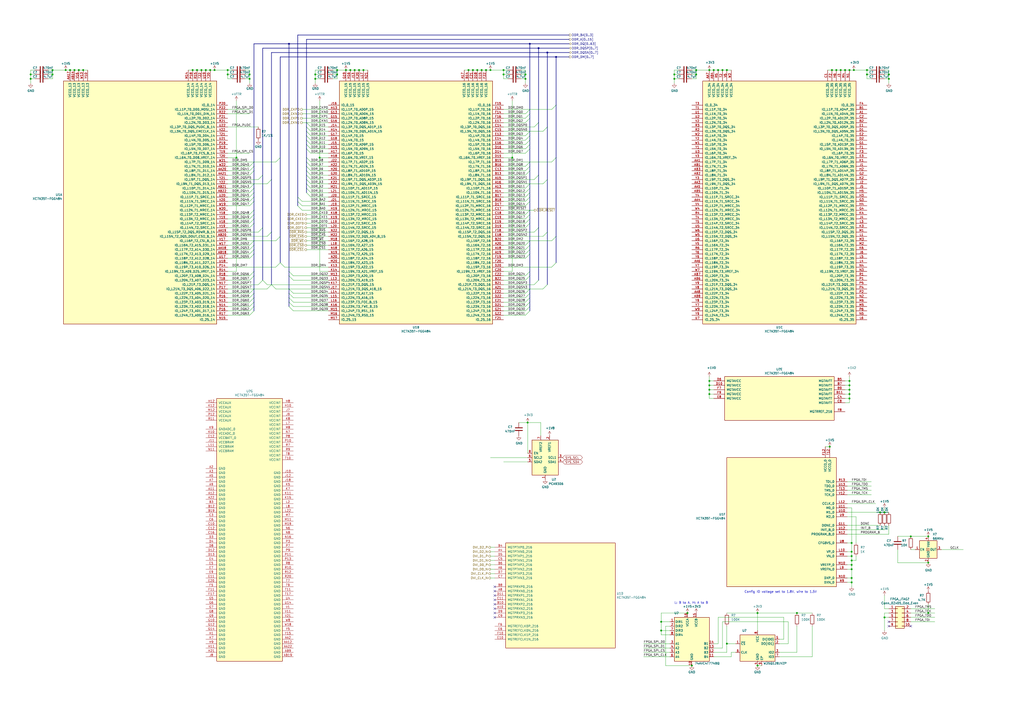
<source format=kicad_sch>
(kicad_sch (version 20210123) (generator eeschema)
  (paper "A2")
  (title_block (title "Dramite") (date "2021-01-22") (rev "R0.1") (company "Wenting Zhang"))
  (junction (at 17.78 43.18) (diameter 0.9144))
  (junction (at 17.78 45.72) (diameter 0.9144))
  (junction (at 30.48 40.64) (diameter 0.9144))
  (junction (at 30.48 43.18) (diameter 0.9144))
  (junction (at 38.1 40.64) (diameter 0.9144))
  (junction (at 40.64 40.64) (diameter 0.9144))
  (junction (at 43.18 40.64) (diameter 0.9144))
  (junction (at 45.72 40.64) (diameter 0.9144))
  (junction (at 48.26 40.64) (diameter 0.9144))
  (junction (at 111.76 40.64) (diameter 0.9144))
  (junction (at 114.3 40.64) (diameter 0.9144))
  (junction (at 116.84 40.64) (diameter 0.9144))
  (junction (at 119.38 40.64) (diameter 0.9144))
  (junction (at 121.92 40.64) (diameter 0.9144))
  (junction (at 124.46 40.64) (diameter 0.9144))
  (junction (at 132.08 40.64) (diameter 0.9144))
  (junction (at 132.08 43.18) (diameter 0.9144))
  (junction (at 137.16 91.44) (diameter 0.9144))
  (junction (at 144.78 43.18) (diameter 0.9144))
  (junction (at 144.78 45.72) (diameter 0.9144))
  (junction (at 182.88 43.18) (diameter 0.9144))
  (junction (at 182.88 45.72) (diameter 0.9144))
  (junction (at 185.42 91.44) (diameter 0.9144))
  (junction (at 195.58 40.64) (diameter 0.9144))
  (junction (at 195.58 43.18) (diameter 0.9144))
  (junction (at 200.66 40.64) (diameter 0.9144))
  (junction (at 203.2 40.64) (diameter 0.9144))
  (junction (at 205.74 40.64) (diameter 0.9144))
  (junction (at 208.28 40.64) (diameter 0.9144))
  (junction (at 210.82 40.64) (diameter 0.9144))
  (junction (at 271.78 40.64) (diameter 0.9144))
  (junction (at 274.32 40.64) (diameter 0.9144))
  (junction (at 276.86 40.64) (diameter 0.9144))
  (junction (at 279.4 40.64) (diameter 0.9144))
  (junction (at 281.94 40.64) (diameter 0.9144))
  (junction (at 284.48 40.64) (diameter 0.9144))
  (junction (at 292.1 40.64) (diameter 0.9144))
  (junction (at 292.1 43.18) (diameter 0.9144))
  (junction (at 297.18 91.44) (diameter 0.9144))
  (junction (at 304.8 43.18) (diameter 0.9144))
  (junction (at 304.8 45.72) (diameter 0.9144))
  (junction (at 306.07 245.11) (diameter 0.9144))
  (junction (at 383.54 360.68) (diameter 0.9144))
  (junction (at 383.54 365.76) (diameter 0.9144))
  (junction (at 391.16 43.18) (diameter 0.9144))
  (junction (at 391.16 45.72) (diameter 0.9144))
  (junction (at 398.78 355.6) (diameter 0.9144))
  (junction (at 401.32 386.08) (diameter 0.9144))
  (junction (at 403.86 40.64) (diameter 0.9144))
  (junction (at 403.86 43.18) (diameter 0.9144))
  (junction (at 411.48 40.64) (diameter 0.9144))
  (junction (at 411.48 220.98) (diameter 0.9144))
  (junction (at 411.48 223.52) (diameter 0.9144))
  (junction (at 411.48 226.06) (diameter 0.9144))
  (junction (at 411.48 228.6) (diameter 0.9144))
  (junction (at 414.02 40.64) (diameter 0.9144))
  (junction (at 416.56 40.64) (diameter 0.9144))
  (junction (at 419.1 40.64) (diameter 0.9144))
  (junction (at 421.64 40.64) (diameter 0.9144))
  (junction (at 421.64 373.38) (diameter 0.9144))
  (junction (at 439.42 355.6) (diameter 0.9144))
  (junction (at 439.42 386.08) (diameter 0.9144))
  (junction (at 462.28 355.6) (diameter 0.9144))
  (junction (at 481.33 259.08) (diameter 0.9144))
  (junction (at 482.6 40.64) (diameter 0.9144))
  (junction (at 485.14 40.64) (diameter 0.9144))
  (junction (at 487.68 40.64) (diameter 0.9144))
  (junction (at 490.22 40.64) (diameter 0.9144))
  (junction (at 492.76 40.64) (diameter 0.9144))
  (junction (at 492.76 220.98) (diameter 0.9144))
  (junction (at 492.76 223.52) (diameter 0.9144))
  (junction (at 492.76 226.06) (diameter 0.9144))
  (junction (at 492.76 228.6) (diameter 0.9144))
  (junction (at 492.76 231.14) (diameter 0.9144))
  (junction (at 494.03 314.96) (diameter 0.9144))
  (junction (at 494.03 320.04) (diameter 0.9144))
  (junction (at 494.03 322.58) (diameter 0.9144))
  (junction (at 494.03 325.12) (diameter 0.9144))
  (junction (at 494.03 327.66) (diameter 0.9144))
  (junction (at 494.03 330.2) (diameter 0.9144))
  (junction (at 494.03 335.28) (diameter 0.9144))
  (junction (at 494.03 337.82) (diameter 0.9144))
  (junction (at 495.3 40.64) (diameter 0.9144))
  (junction (at 502.92 40.64) (diameter 0.9144))
  (junction (at 502.92 43.18) (diameter 0.9144))
  (junction (at 510.54 297.18) (diameter 0.9144))
  (junction (at 513.08 297.18) (diameter 0.9144))
  (junction (at 513.08 358.14) (diameter 0.9144))
  (junction (at 515.62 43.18) (diameter 0.9144))
  (junction (at 515.62 45.72) (diameter 0.9144))
  (junction (at 528.32 311.15) (diameter 0.9144))
  (junction (at 538.48 311.15) (diameter 0.9144))
  (junction (at 538.48 326.39) (diameter 0.9144))
  (junction (at 538.48 355.6) (diameter 0.9144))
  (junction (at 167.64 25.4) (diameter 0.9144))
  (junction (at 307.34 25.4) (diameter 0.9144))
  (junction (at 312.42 27.94) (diameter 0.9144))
  (junction (at 317.5 30.48) (diameter 0.9144))
  (junction (at 322.58 33.02) (diameter 0.9144))
  (no_connect (at 287.02 340.36))
  (no_connect (at 287.02 342.9))
  (no_connect (at 287.02 345.44))
  (no_connect (at 287.02 347.98))
  (no_connect (at 287.02 350.52))
  (no_connect (at 287.02 353.06))
  (no_connect (at 287.02 355.6))
  (no_connect (at 287.02 358.14))
  (no_connect (at 515.62 360.68))
  (no_connect (at 515.62 363.22))
  (no_connect (at 528.32 363.22))
  (bus_entry (at 144.78 96.52) (size 2.54 -2.54) (stroke (width 0.1524)))
  (bus_entry (at 144.78 99.06) (size 2.54 -2.54) (stroke (width 0.1524)))
  (bus_entry (at 144.78 101.6) (size 2.54 -2.54) (stroke (width 0.1524)))
  (bus_entry (at 144.78 109.22) (size 2.54 -2.54) (stroke (width 0.1524)))
  (bus_entry (at 144.78 111.76) (size 2.54 -2.54) (stroke (width 0.1524)))
  (bus_entry (at 144.78 114.3) (size 2.54 -2.54) (stroke (width 0.1524)))
  (bus_entry (at 144.78 116.84) (size 2.54 -2.54) (stroke (width 0.1524)))
  (bus_entry (at 144.78 119.38) (size 2.54 -2.54) (stroke (width 0.1524)))
  (bus_entry (at 144.78 124.46) (size 2.54 -2.54) (stroke (width 0.1524)))
  (bus_entry (at 144.78 127) (size 2.54 -2.54) (stroke (width 0.1524)))
  (bus_entry (at 144.78 129.54) (size 2.54 -2.54) (stroke (width 0.1524)))
  (bus_entry (at 144.78 132.08) (size 2.54 -2.54) (stroke (width 0.1524)))
  (bus_entry (at 144.78 142.24) (size 2.54 -2.54) (stroke (width 0.1524)))
  (bus_entry (at 144.78 144.78) (size 2.54 -2.54) (stroke (width 0.1524)))
  (bus_entry (at 144.78 147.32) (size 2.54 -2.54) (stroke (width 0.1524)))
  (bus_entry (at 144.78 149.86) (size 2.54 -2.54) (stroke (width 0.1524)))
  (bus_entry (at 144.78 160.02) (size 2.54 -2.54) (stroke (width 0.1524)))
  (bus_entry (at 144.78 162.56) (size 2.54 -2.54) (stroke (width 0.1524)))
  (bus_entry (at 144.78 170.18) (size 2.54 -2.54) (stroke (width 0.1524)))
  (bus_entry (at 144.78 172.72) (size 2.54 -2.54) (stroke (width 0.1524)))
  (bus_entry (at 144.78 175.26) (size 2.54 -2.54) (stroke (width 0.1524)))
  (bus_entry (at 144.78 177.8) (size 2.54 -2.54) (stroke (width 0.1524)))
  (bus_entry (at 144.78 180.34) (size 2.54 -2.54) (stroke (width 0.1524)))
  (bus_entry (at 144.78 182.88) (size 2.54 -2.54) (stroke (width 0.1524)))
  (bus_entry (at 149.86 104.14) (size 2.54 -2.54) (stroke (width 0.1524)))
  (bus_entry (at 149.86 134.62) (size 2.54 -2.54) (stroke (width 0.1524)))
  (bus_entry (at 149.86 165.1) (size 2.54 -2.54) (stroke (width 0.1524)))
  (bus_entry (at 154.94 106.68) (size 2.54 -2.54) (stroke (width 0.1524)))
  (bus_entry (at 154.94 137.16) (size 2.54 -2.54) (stroke (width 0.1524)))
  (bus_entry (at 154.94 165.1) (size -2.54 -2.54) (stroke (width 0.1524)))
  (bus_entry (at 154.94 167.64) (size 2.54 -2.54) (stroke (width 0.1524)))
  (bus_entry (at 160.02 93.98) (size 2.54 -2.54) (stroke (width 0.1524)))
  (bus_entry (at 160.02 139.7) (size 2.54 -2.54) (stroke (width 0.1524)))
  (bus_entry (at 160.02 154.94) (size 2.54 -2.54) (stroke (width 0.1524)))
  (bus_entry (at 160.02 167.64) (size -2.54 -2.54) (stroke (width 0.1524)))
  (bus_entry (at 162.56 152.4) (size 2.54 2.54) (stroke (width 0.1524)))
  (bus_entry (at 170.18 160.02) (size -2.54 -2.54) (stroke (width 0.1524)))
  (bus_entry (at 170.18 162.56) (size -2.54 -2.54) (stroke (width 0.1524)))
  (bus_entry (at 170.18 170.18) (size -2.54 -2.54) (stroke (width 0.1524)))
  (bus_entry (at 170.18 172.72) (size -2.54 -2.54) (stroke (width 0.1524)))
  (bus_entry (at 170.18 175.26) (size -2.54 -2.54) (stroke (width 0.1524)))
  (bus_entry (at 170.18 177.8) (size -2.54 -2.54) (stroke (width 0.1524)))
  (bus_entry (at 170.18 180.34) (size -2.54 -2.54) (stroke (width 0.1524)))
  (bus_entry (at 172.72 114.3) (size 2.54 2.54) (stroke (width 0.1524)))
  (bus_entry (at 172.72 116.84) (size 2.54 2.54) (stroke (width 0.1524)))
  (bus_entry (at 172.72 119.38) (size 2.54 2.54) (stroke (width 0.1524)))
  (bus_entry (at 177.8 71.12) (size 2.54 2.54) (stroke (width 0.1524)))
  (bus_entry (at 177.8 73.66) (size 2.54 2.54) (stroke (width 0.1524)))
  (bus_entry (at 177.8 76.2) (size 2.54 2.54) (stroke (width 0.1524)))
  (bus_entry (at 177.8 78.74) (size 2.54 2.54) (stroke (width 0.1524)))
  (bus_entry (at 177.8 81.28) (size 2.54 2.54) (stroke (width 0.1524)))
  (bus_entry (at 177.8 83.82) (size 2.54 2.54) (stroke (width 0.1524)))
  (bus_entry (at 177.8 86.36) (size 2.54 2.54) (stroke (width 0.1524)))
  (bus_entry (at 177.8 91.44) (size 2.54 2.54) (stroke (width 0.1524)))
  (bus_entry (at 177.8 93.98) (size 2.54 2.54) (stroke (width 0.1524)))
  (bus_entry (at 177.8 96.52) (size 2.54 2.54) (stroke (width 0.1524)))
  (bus_entry (at 177.8 99.06) (size 2.54 2.54) (stroke (width 0.1524)))
  (bus_entry (at 177.8 101.6) (size 2.54 2.54) (stroke (width 0.1524)))
  (bus_entry (at 177.8 104.14) (size 2.54 2.54) (stroke (width 0.1524)))
  (bus_entry (at 177.8 106.68) (size 2.54 2.54) (stroke (width 0.1524)))
  (bus_entry (at 177.8 109.22) (size 2.54 2.54) (stroke (width 0.1524)))
  (bus_entry (at 177.8 111.76) (size 2.54 2.54) (stroke (width 0.1524)))
  (bus_entry (at 304.8 66.04) (size 2.54 -2.54) (stroke (width 0.1524)))
  (bus_entry (at 304.8 68.58) (size 2.54 -2.54) (stroke (width 0.1524)))
  (bus_entry (at 304.8 71.12) (size 2.54 -2.54) (stroke (width 0.1524)))
  (bus_entry (at 304.8 78.74) (size 2.54 -2.54) (stroke (width 0.1524)))
  (bus_entry (at 304.8 81.28) (size 2.54 -2.54) (stroke (width 0.1524)))
  (bus_entry (at 304.8 83.82) (size 2.54 -2.54) (stroke (width 0.1524)))
  (bus_entry (at 304.8 86.36) (size 2.54 -2.54) (stroke (width 0.1524)))
  (bus_entry (at 304.8 88.9) (size 2.54 -2.54) (stroke (width 0.1524)))
  (bus_entry (at 304.8 96.52) (size 2.54 -2.54) (stroke (width 0.1524)))
  (bus_entry (at 304.8 99.06) (size 2.54 -2.54) (stroke (width 0.1524)))
  (bus_entry (at 304.8 101.6) (size 2.54 -2.54) (stroke (width 0.1524)))
  (bus_entry (at 304.8 109.22) (size 2.54 -2.54) (stroke (width 0.1524)))
  (bus_entry (at 304.8 111.76) (size 2.54 -2.54) (stroke (width 0.1524)))
  (bus_entry (at 304.8 114.3) (size 2.54 -2.54) (stroke (width 0.1524)))
  (bus_entry (at 304.8 116.84) (size 2.54 -2.54) (stroke (width 0.1524)))
  (bus_entry (at 304.8 119.38) (size 2.54 -2.54) (stroke (width 0.1524)))
  (bus_entry (at 304.8 124.46) (size 2.54 -2.54) (stroke (width 0.1524)))
  (bus_entry (at 304.8 127) (size 2.54 -2.54) (stroke (width 0.1524)))
  (bus_entry (at 304.8 129.54) (size 2.54 -2.54) (stroke (width 0.1524)))
  (bus_entry (at 304.8 132.08) (size 2.54 -2.54) (stroke (width 0.1524)))
  (bus_entry (at 304.8 142.24) (size 2.54 -2.54) (stroke (width 0.1524)))
  (bus_entry (at 304.8 144.78) (size 2.54 -2.54) (stroke (width 0.1524)))
  (bus_entry (at 304.8 147.32) (size 2.54 -2.54) (stroke (width 0.1524)))
  (bus_entry (at 304.8 149.86) (size 2.54 -2.54) (stroke (width 0.1524)))
  (bus_entry (at 304.8 160.02) (size 2.54 -2.54) (stroke (width 0.1524)))
  (bus_entry (at 304.8 162.56) (size 2.54 -2.54) (stroke (width 0.1524)))
  (bus_entry (at 304.8 170.18) (size 2.54 -2.54) (stroke (width 0.1524)))
  (bus_entry (at 304.8 172.72) (size 2.54 -2.54) (stroke (width 0.1524)))
  (bus_entry (at 304.8 175.26) (size 2.54 -2.54) (stroke (width 0.1524)))
  (bus_entry (at 304.8 177.8) (size 2.54 -2.54) (stroke (width 0.1524)))
  (bus_entry (at 304.8 180.34) (size 2.54 -2.54) (stroke (width 0.1524)))
  (bus_entry (at 304.8 182.88) (size 2.54 -2.54) (stroke (width 0.1524)))
  (bus_entry (at 309.88 73.66) (size 2.54 -2.54) (stroke (width 0.1524)))
  (bus_entry (at 309.88 104.14) (size 2.54 -2.54) (stroke (width 0.1524)))
  (bus_entry (at 309.88 134.62) (size 2.54 -2.54) (stroke (width 0.1524)))
  (bus_entry (at 309.88 165.1) (size 2.54 -2.54) (stroke (width 0.1524)))
  (bus_entry (at 314.96 76.2) (size 2.54 -2.54) (stroke (width 0.1524)))
  (bus_entry (at 314.96 106.68) (size 2.54 -2.54) (stroke (width 0.1524)))
  (bus_entry (at 314.96 137.16) (size 2.54 -2.54) (stroke (width 0.1524)))
  (bus_entry (at 314.96 167.64) (size 2.54 -2.54) (stroke (width 0.1524)))
  (bus_entry (at 320.04 63.5) (size 2.54 -2.54) (stroke (width 0.1524)))
  (bus_entry (at 320.04 93.98) (size 2.54 -2.54) (stroke (width 0.1524)))
  (bus_entry (at 320.04 139.7) (size 2.54 -2.54) (stroke (width 0.1524)))
  (bus_entry (at 320.04 154.94) (size 2.54 -2.54) (stroke (width 0.1524)))
  (wire (pts (xy 17.78 40.64) (xy 17.78 43.18)))
  (wire (pts (xy 17.78 43.18) (xy 17.78 45.72)))
  (wire (pts (xy 17.78 48.26) (xy 17.78 45.72)))
  (wire (pts (xy 20.32 40.64) (xy 17.78 40.64)))
  (wire (pts (xy 20.32 43.18) (xy 17.78 43.18)))
  (wire (pts (xy 20.32 45.72) (xy 17.78 45.72)))
  (wire (pts (xy 27.94 43.18) (xy 30.48 43.18)))
  (wire (pts (xy 27.94 45.72) (xy 30.48 45.72)))
  (wire (pts (xy 30.48 40.64) (xy 27.94 40.64)))
  (wire (pts (xy 30.48 40.64) (xy 38.1 40.64)))
  (wire (pts (xy 30.48 43.18) (xy 30.48 40.64)))
  (wire (pts (xy 30.48 45.72) (xy 30.48 43.18)))
  (wire (pts (xy 38.1 40.64) (xy 40.64 40.64)))
  (wire (pts (xy 40.64 40.64) (xy 43.18 40.64)))
  (wire (pts (xy 43.18 40.64) (xy 45.72 40.64)))
  (wire (pts (xy 45.72 40.64) (xy 48.26 40.64)))
  (wire (pts (xy 48.26 40.64) (xy 50.8 40.64)))
  (wire (pts (xy 109.22 40.64) (xy 111.76 40.64)))
  (wire (pts (xy 111.76 40.64) (xy 114.3 40.64)))
  (wire (pts (xy 114.3 40.64) (xy 116.84 40.64)))
  (wire (pts (xy 116.84 40.64) (xy 119.38 40.64)))
  (wire (pts (xy 119.38 40.64) (xy 121.92 40.64)))
  (wire (pts (xy 121.92 40.64) (xy 124.46 40.64)))
  (wire (pts (xy 124.46 40.64) (xy 132.08 40.64)))
  (wire (pts (xy 132.08 40.64) (xy 134.62 40.64)))
  (wire (pts (xy 132.08 43.18) (xy 132.08 40.64)))
  (wire (pts (xy 132.08 45.72) (xy 132.08 43.18)))
  (wire (pts (xy 132.08 63.5) (xy 144.78 63.5)))
  (wire (pts (xy 132.08 66.04) (xy 144.78 66.04)))
  (wire (pts (xy 132.08 73.66) (xy 149.86 73.66)))
  (wire (pts (xy 132.08 88.9) (xy 144.78 88.9)))
  (wire (pts (xy 132.08 93.98) (xy 147.32 93.98)))
  (wire (pts (xy 132.08 96.52) (xy 144.78 96.52)))
  (wire (pts (xy 132.08 99.06) (xy 144.78 99.06)))
  (wire (pts (xy 132.08 101.6) (xy 144.78 101.6)))
  (wire (pts (xy 132.08 106.68) (xy 147.32 106.68)))
  (wire (pts (xy 132.08 109.22) (xy 144.78 109.22)))
  (wire (pts (xy 132.08 111.76) (xy 144.78 111.76)))
  (wire (pts (xy 132.08 114.3) (xy 144.78 114.3)))
  (wire (pts (xy 132.08 116.84) (xy 144.78 116.84)))
  (wire (pts (xy 132.08 119.38) (xy 144.78 119.38)))
  (wire (pts (xy 132.08 124.46) (xy 144.78 124.46)))
  (wire (pts (xy 132.08 127) (xy 144.78 127)))
  (wire (pts (xy 132.08 129.54) (xy 144.78 129.54)))
  (wire (pts (xy 132.08 132.08) (xy 144.78 132.08)))
  (wire (pts (xy 132.08 137.16) (xy 154.94 137.16)))
  (wire (pts (xy 132.08 139.7) (xy 147.32 139.7)))
  (wire (pts (xy 132.08 142.24) (xy 144.78 142.24)))
  (wire (pts (xy 132.08 144.78) (xy 144.78 144.78)))
  (wire (pts (xy 132.08 147.32) (xy 144.78 147.32)))
  (wire (pts (xy 132.08 149.86) (xy 144.78 149.86)))
  (wire (pts (xy 132.08 154.94) (xy 160.02 154.94)))
  (wire (pts (xy 132.08 157.48) (xy 137.16 157.48)))
  (wire (pts (xy 132.08 160.02) (xy 144.78 160.02)))
  (wire (pts (xy 132.08 162.56) (xy 144.78 162.56)))
  (wire (pts (xy 132.08 167.64) (xy 147.32 167.64)))
  (wire (pts (xy 132.08 170.18) (xy 144.78 170.18)))
  (wire (pts (xy 132.08 172.72) (xy 144.78 172.72)))
  (wire (pts (xy 132.08 175.26) (xy 144.78 175.26)))
  (wire (pts (xy 132.08 177.8) (xy 144.78 177.8)))
  (wire (pts (xy 132.08 180.34) (xy 144.78 180.34)))
  (wire (pts (xy 132.08 182.88) (xy 144.78 182.88)))
  (wire (pts (xy 134.62 43.18) (xy 132.08 43.18)))
  (wire (pts (xy 134.62 45.72) (xy 132.08 45.72)))
  (wire (pts (xy 137.16 58.42) (xy 137.16 91.44)))
  (wire (pts (xy 137.16 91.44) (xy 132.08 91.44)))
  (wire (pts (xy 137.16 91.44) (xy 137.16 157.48)))
  (wire (pts (xy 142.24 40.64) (xy 144.78 40.64)))
  (wire (pts (xy 142.24 43.18) (xy 144.78 43.18)))
  (wire (pts (xy 142.24 45.72) (xy 144.78 45.72)))
  (wire (pts (xy 144.78 40.64) (xy 144.78 43.18)))
  (wire (pts (xy 144.78 43.18) (xy 144.78 45.72)))
  (wire (pts (xy 144.78 45.72) (xy 144.78 48.26)))
  (wire (pts (xy 147.32 93.98) (xy 160.02 93.98)))
  (wire (pts (xy 147.32 106.68) (xy 154.94 106.68)))
  (wire (pts (xy 147.32 139.7) (xy 160.02 139.7)))
  (wire (pts (xy 147.32 167.64) (xy 154.94 167.64)))
  (wire (pts (xy 149.86 104.14) (xy 132.08 104.14)))
  (wire (pts (xy 149.86 134.62) (xy 132.08 134.62)))
  (wire (pts (xy 149.86 165.1) (xy 132.08 165.1)))
  (wire (pts (xy 154.94 165.1) (xy 157.48 165.1)))
  (wire (pts (xy 157.48 165.1) (xy 190.5 165.1)))
  (wire (pts (xy 160.02 167.64) (xy 167.64 167.64)))
  (wire (pts (xy 165.1 154.94) (xy 190.5 154.94)))
  (wire (pts (xy 167.64 167.64) (xy 190.5 167.64)))
  (wire (pts (xy 170.18 160.02) (xy 190.5 160.02)))
  (wire (pts (xy 170.18 162.56) (xy 190.5 162.56)))
  (wire (pts (xy 170.18 170.18) (xy 190.5 170.18)))
  (wire (pts (xy 170.18 172.72) (xy 190.5 172.72)))
  (wire (pts (xy 170.18 175.26) (xy 190.5 175.26)))
  (wire (pts (xy 170.18 177.8) (xy 190.5 177.8)))
  (wire (pts (xy 170.18 180.34) (xy 190.5 180.34)))
  (wire (pts (xy 175.26 63.5) (xy 190.5 63.5)))
  (wire (pts (xy 175.26 66.04) (xy 190.5 66.04)))
  (wire (pts (xy 175.26 68.58) (xy 190.5 68.58)))
  (wire (pts (xy 175.26 71.12) (xy 177.8 71.12)))
  (wire (pts (xy 175.26 116.84) (xy 190.5 116.84)))
  (wire (pts (xy 175.26 119.38) (xy 190.5 119.38)))
  (wire (pts (xy 175.26 121.92) (xy 190.5 121.92)))
  (wire (pts (xy 177.8 71.12) (xy 190.5 71.12)))
  (wire (pts (xy 177.8 124.46) (xy 190.5 124.46)))
  (wire (pts (xy 177.8 127) (xy 190.5 127)))
  (wire (pts (xy 177.8 129.54) (xy 190.5 129.54)))
  (wire (pts (xy 177.8 132.08) (xy 190.5 132.08)))
  (wire (pts (xy 177.8 134.62) (xy 190.5 134.62)))
  (wire (pts (xy 177.8 137.16) (xy 190.5 137.16)))
  (wire (pts (xy 177.8 139.7) (xy 190.5 139.7)))
  (wire (pts (xy 177.8 142.24) (xy 190.5 142.24)))
  (wire (pts (xy 177.8 144.78) (xy 190.5 144.78)))
  (wire (pts (xy 180.34 73.66) (xy 190.5 73.66)))
  (wire (pts (xy 180.34 76.2) (xy 190.5 76.2)))
  (wire (pts (xy 180.34 78.74) (xy 190.5 78.74)))
  (wire (pts (xy 180.34 81.28) (xy 190.5 81.28)))
  (wire (pts (xy 180.34 83.82) (xy 190.5 83.82)))
  (wire (pts (xy 180.34 86.36) (xy 190.5 86.36)))
  (wire (pts (xy 180.34 88.9) (xy 190.5 88.9)))
  (wire (pts (xy 180.34 93.98) (xy 190.5 93.98)))
  (wire (pts (xy 180.34 96.52) (xy 190.5 96.52)))
  (wire (pts (xy 180.34 99.06) (xy 190.5 99.06)))
  (wire (pts (xy 180.34 101.6) (xy 190.5 101.6)))
  (wire (pts (xy 180.34 104.14) (xy 190.5 104.14)))
  (wire (pts (xy 180.34 106.68) (xy 190.5 106.68)))
  (wire (pts (xy 180.34 109.22) (xy 190.5 109.22)))
  (wire (pts (xy 180.34 111.76) (xy 190.5 111.76)))
  (wire (pts (xy 180.34 114.3) (xy 190.5 114.3)))
  (wire (pts (xy 182.88 40.64) (xy 182.88 43.18)))
  (wire (pts (xy 182.88 43.18) (xy 182.88 45.72)))
  (wire (pts (xy 182.88 48.26) (xy 182.88 45.72)))
  (wire (pts (xy 185.42 40.64) (xy 182.88 40.64)))
  (wire (pts (xy 185.42 43.18) (xy 182.88 43.18)))
  (wire (pts (xy 185.42 45.72) (xy 182.88 45.72)))
  (wire (pts (xy 185.42 58.42) (xy 185.42 91.44)))
  (wire (pts (xy 185.42 91.44) (xy 185.42 157.48)))
  (wire (pts (xy 185.42 91.44) (xy 190.5 91.44)))
  (wire (pts (xy 185.42 157.48) (xy 190.5 157.48)))
  (wire (pts (xy 193.04 43.18) (xy 195.58 43.18)))
  (wire (pts (xy 193.04 45.72) (xy 195.58 45.72)))
  (wire (pts (xy 195.58 40.64) (xy 193.04 40.64)))
  (wire (pts (xy 195.58 40.64) (xy 200.66 40.64)))
  (wire (pts (xy 195.58 43.18) (xy 195.58 40.64)))
  (wire (pts (xy 195.58 45.72) (xy 195.58 43.18)))
  (wire (pts (xy 200.66 40.64) (xy 203.2 40.64)))
  (wire (pts (xy 203.2 40.64) (xy 205.74 40.64)))
  (wire (pts (xy 205.74 40.64) (xy 208.28 40.64)))
  (wire (pts (xy 208.28 40.64) (xy 210.82 40.64)))
  (wire (pts (xy 210.82 40.64) (xy 213.36 40.64)))
  (wire (pts (xy 269.24 40.64) (xy 271.78 40.64)))
  (wire (pts (xy 271.78 40.64) (xy 274.32 40.64)))
  (wire (pts (xy 274.32 40.64) (xy 276.86 40.64)))
  (wire (pts (xy 276.86 40.64) (xy 279.4 40.64)))
  (wire (pts (xy 279.4 40.64) (xy 281.94 40.64)))
  (wire (pts (xy 281.94 40.64) (xy 284.48 40.64)))
  (wire (pts (xy 284.48 40.64) (xy 292.1 40.64)))
  (wire (pts (xy 284.48 265.43) (xy 306.07 265.43)))
  (wire (pts (xy 284.48 317.5) (xy 287.02 317.5)))
  (wire (pts (xy 284.48 320.04) (xy 287.02 320.04)))
  (wire (pts (xy 284.48 322.58) (xy 287.02 322.58)))
  (wire (pts (xy 284.48 325.12) (xy 287.02 325.12)))
  (wire (pts (xy 284.48 327.66) (xy 287.02 327.66)))
  (wire (pts (xy 284.48 330.2) (xy 287.02 330.2)))
  (wire (pts (xy 284.48 332.74) (xy 287.02 332.74)))
  (wire (pts (xy 284.48 335.28) (xy 287.02 335.28)))
  (wire (pts (xy 292.1 40.64) (xy 294.64 40.64)))
  (wire (pts (xy 292.1 43.18) (xy 292.1 40.64)))
  (wire (pts (xy 292.1 45.72) (xy 292.1 43.18)))
  (wire (pts (xy 292.1 63.5) (xy 307.34 63.5)))
  (wire (pts (xy 292.1 66.04) (xy 304.8 66.04)))
  (wire (pts (xy 292.1 68.58) (xy 304.8 68.58)))
  (wire (pts (xy 292.1 71.12) (xy 304.8 71.12)))
  (wire (pts (xy 292.1 76.2) (xy 307.34 76.2)))
  (wire (pts (xy 292.1 78.74) (xy 304.8 78.74)))
  (wire (pts (xy 292.1 81.28) (xy 304.8 81.28)))
  (wire (pts (xy 292.1 83.82) (xy 304.8 83.82)))
  (wire (pts (xy 292.1 86.36) (xy 304.8 86.36)))
  (wire (pts (xy 292.1 88.9) (xy 304.8 88.9)))
  (wire (pts (xy 292.1 91.44) (xy 297.18 91.44)))
  (wire (pts (xy 292.1 93.98) (xy 307.34 93.98)))
  (wire (pts (xy 292.1 96.52) (xy 304.8 96.52)))
  (wire (pts (xy 292.1 99.06) (xy 304.8 99.06)))
  (wire (pts (xy 292.1 101.6) (xy 304.8 101.6)))
  (wire (pts (xy 292.1 106.68) (xy 307.34 106.68)))
  (wire (pts (xy 292.1 109.22) (xy 304.8 109.22)))
  (wire (pts (xy 292.1 111.76) (xy 304.8 111.76)))
  (wire (pts (xy 292.1 114.3) (xy 304.8 114.3)))
  (wire (pts (xy 292.1 116.84) (xy 304.8 116.84)))
  (wire (pts (xy 292.1 119.38) (xy 304.8 119.38)))
  (wire (pts (xy 292.1 121.92) (xy 307.34 121.92)))
  (wire (pts (xy 292.1 124.46) (xy 304.8 124.46)))
  (wire (pts (xy 292.1 127) (xy 304.8 127)))
  (wire (pts (xy 292.1 129.54) (xy 304.8 129.54)))
  (wire (pts (xy 292.1 132.08) (xy 304.8 132.08)))
  (wire (pts (xy 292.1 137.16) (xy 314.96 137.16)))
  (wire (pts (xy 292.1 139.7) (xy 307.34 139.7)))
  (wire (pts (xy 292.1 142.24) (xy 304.8 142.24)))
  (wire (pts (xy 292.1 144.78) (xy 304.8 144.78)))
  (wire (pts (xy 292.1 147.32) (xy 304.8 147.32)))
  (wire (pts (xy 292.1 149.86) (xy 304.8 149.86)))
  (wire (pts (xy 292.1 154.94) (xy 320.04 154.94)))
  (wire (pts (xy 292.1 157.48) (xy 297.18 157.48)))
  (wire (pts (xy 292.1 160.02) (xy 304.8 160.02)))
  (wire (pts (xy 292.1 162.56) (xy 304.8 162.56)))
  (wire (pts (xy 292.1 167.64) (xy 307.34 167.64)))
  (wire (pts (xy 292.1 170.18) (xy 304.8 170.18)))
  (wire (pts (xy 292.1 172.72) (xy 304.8 172.72)))
  (wire (pts (xy 292.1 175.26) (xy 304.8 175.26)))
  (wire (pts (xy 292.1 177.8) (xy 304.8 177.8)))
  (wire (pts (xy 292.1 180.34) (xy 304.8 180.34)))
  (wire (pts (xy 292.1 182.88) (xy 304.8 182.88)))
  (wire (pts (xy 292.1 267.97) (xy 306.07 267.97)))
  (wire (pts (xy 294.64 43.18) (xy 292.1 43.18)))
  (wire (pts (xy 294.64 45.72) (xy 292.1 45.72)))
  (wire (pts (xy 297.18 58.42) (xy 297.18 91.44)))
  (wire (pts (xy 297.18 157.48) (xy 297.18 91.44)))
  (wire (pts (xy 300.99 245.11) (xy 306.07 245.11)))
  (wire (pts (xy 302.26 40.64) (xy 304.8 40.64)))
  (wire (pts (xy 302.26 43.18) (xy 304.8 43.18)))
  (wire (pts (xy 302.26 45.72) (xy 304.8 45.72)))
  (wire (pts (xy 304.8 40.64) (xy 304.8 43.18)))
  (wire (pts (xy 304.8 43.18) (xy 304.8 45.72)))
  (wire (pts (xy 304.8 45.72) (xy 304.8 48.26)))
  (wire (pts (xy 306.07 245.11) (xy 306.07 262.89)))
  (wire (pts (xy 306.07 245.11) (xy 313.69 245.11)))
  (wire (pts (xy 307.34 63.5) (xy 320.04 63.5)))
  (wire (pts (xy 307.34 76.2) (xy 314.96 76.2)))
  (wire (pts (xy 307.34 93.98) (xy 320.04 93.98)))
  (wire (pts (xy 307.34 106.68) (xy 314.96 106.68)))
  (wire (pts (xy 307.34 121.92) (xy 309.88 121.92)))
  (wire (pts (xy 307.34 139.7) (xy 320.04 139.7)))
  (wire (pts (xy 307.34 167.64) (xy 314.96 167.64)))
  (wire (pts (xy 309.88 73.66) (xy 292.1 73.66)))
  (wire (pts (xy 309.88 104.14) (xy 292.1 104.14)))
  (wire (pts (xy 309.88 134.62) (xy 292.1 134.62)))
  (wire (pts (xy 309.88 165.1) (xy 292.1 165.1)))
  (wire (pts (xy 313.69 245.11) (xy 313.69 252.73)))
  (wire (pts (xy 373.38 373.38) (xy 388.62 373.38)))
  (wire (pts (xy 373.38 375.92) (xy 388.62 375.92)))
  (wire (pts (xy 373.38 378.46) (xy 388.62 378.46)))
  (wire (pts (xy 373.38 381) (xy 388.62 381)))
  (wire (pts (xy 383.54 355.6) (xy 398.78 355.6)))
  (wire (pts (xy 383.54 360.68) (xy 383.54 355.6)))
  (wire (pts (xy 383.54 365.76) (xy 383.54 360.68)))
  (wire (pts (xy 383.54 368.3) (xy 383.54 365.76)))
  (wire (pts (xy 386.08 363.22) (xy 386.08 386.08)))
  (wire (pts (xy 386.08 386.08) (xy 401.32 386.08)))
  (wire (pts (xy 388.62 360.68) (xy 383.54 360.68)))
  (wire (pts (xy 388.62 363.22) (xy 386.08 363.22)))
  (wire (pts (xy 388.62 365.76) (xy 383.54 365.76)))
  (wire (pts (xy 388.62 368.3) (xy 383.54 368.3)))
  (wire (pts (xy 391.16 40.64) (xy 391.16 43.18)))
  (wire (pts (xy 391.16 43.18) (xy 391.16 45.72)))
  (wire (pts (xy 391.16 48.26) (xy 391.16 45.72)))
  (wire (pts (xy 393.7 40.64) (xy 391.16 40.64)))
  (wire (pts (xy 393.7 43.18) (xy 391.16 43.18)))
  (wire (pts (xy 393.7 45.72) (xy 391.16 45.72)))
  (wire (pts (xy 401.32 43.18) (xy 403.86 43.18)))
  (wire (pts (xy 401.32 45.72) (xy 403.86 45.72)))
  (wire (pts (xy 403.86 40.64) (xy 401.32 40.64)))
  (wire (pts (xy 403.86 43.18) (xy 403.86 40.64)))
  (wire (pts (xy 403.86 45.72) (xy 403.86 43.18)))
  (wire (pts (xy 411.48 40.64) (xy 403.86 40.64)))
  (wire (pts (xy 411.48 40.64) (xy 414.02 40.64)))
  (wire (pts (xy 411.48 218.44) (xy 411.48 220.98)))
  (wire (pts (xy 411.48 220.98) (xy 411.48 223.52)))
  (wire (pts (xy 411.48 220.98) (xy 414.02 220.98)))
  (wire (pts (xy 411.48 223.52) (xy 411.48 226.06)))
  (wire (pts (xy 411.48 223.52) (xy 414.02 223.52)))
  (wire (pts (xy 411.48 226.06) (xy 411.48 228.6)))
  (wire (pts (xy 411.48 226.06) (xy 414.02 226.06)))
  (wire (pts (xy 411.48 228.6) (xy 411.48 231.14)))
  (wire (pts (xy 411.48 228.6) (xy 414.02 228.6)))
  (wire (pts (xy 411.48 231.14) (xy 414.02 231.14)))
  (wire (pts (xy 414.02 40.64) (xy 416.56 40.64)))
  (wire (pts (xy 414.02 373.38) (xy 416.56 373.38)))
  (wire (pts (xy 414.02 375.92) (xy 419.1 375.92)))
  (wire (pts (xy 414.02 378.46) (xy 421.64 378.46)))
  (wire (pts (xy 414.02 381) (xy 424.18 381)))
  (wire (pts (xy 416.56 40.64) (xy 419.1 40.64)))
  (wire (pts (xy 416.56 358.14) (xy 454.66 358.14)))
  (wire (pts (xy 416.56 373.38) (xy 416.56 358.14)))
  (wire (pts (xy 419.1 40.64) (xy 421.64 40.64)))
  (wire (pts (xy 419.1 360.68) (xy 457.2 360.68)))
  (wire (pts (xy 419.1 375.92) (xy 419.1 360.68)))
  (wire (pts (xy 421.64 40.64) (xy 424.18 40.64)))
  (wire (pts (xy 421.64 355.6) (xy 439.42 355.6)))
  (wire (pts (xy 421.64 363.22) (xy 421.64 373.38)))
  (wire (pts (xy 421.64 373.38) (xy 426.72 373.38)))
  (wire (pts (xy 421.64 378.46) (xy 421.64 373.38)))
  (wire (pts (xy 424.18 378.46) (xy 426.72 378.46)))
  (wire (pts (xy 424.18 381) (xy 424.18 378.46)))
  (wire (pts (xy 439.42 355.6) (xy 439.42 365.76)))
  (wire (pts (xy 439.42 355.6) (xy 462.28 355.6)))
  (wire (pts (xy 439.42 386.08) (xy 441.96 386.08)))
  (wire (pts (xy 452.12 373.38) (xy 457.2 373.38)))
  (wire (pts (xy 452.12 378.46) (xy 462.28 378.46)))
  (wire (pts (xy 452.12 381) (xy 471.17 381)))
  (wire (pts (xy 454.66 358.14) (xy 454.66 370.84)))
  (wire (pts (xy 454.66 370.84) (xy 452.12 370.84)))
  (wire (pts (xy 457.2 360.68) (xy 457.2 373.38)))
  (wire (pts (xy 462.28 355.6) (xy 471.17 355.6)))
  (wire (pts (xy 462.28 378.46) (xy 462.28 363.22)))
  (wire (pts (xy 471.17 363.22) (xy 471.17 381)))
  (wire (pts (xy 478.79 259.08) (xy 481.33 259.08)))
  (wire (pts (xy 480.06 40.64) (xy 482.6 40.64)))
  (wire (pts (xy 482.6 40.64) (xy 485.14 40.64)))
  (wire (pts (xy 485.14 40.64) (xy 487.68 40.64)))
  (wire (pts (xy 487.68 40.64) (xy 490.22 40.64)))
  (wire (pts (xy 490.22 40.64) (xy 492.76 40.64)))
  (wire (pts (xy 490.22 220.98) (xy 492.76 220.98)))
  (wire (pts (xy 490.22 223.52) (xy 492.76 223.52)))
  (wire (pts (xy 490.22 226.06) (xy 492.76 226.06)))
  (wire (pts (xy 490.22 228.6) (xy 492.76 228.6)))
  (wire (pts (xy 490.22 231.14) (xy 492.76 231.14)))
  (wire (pts (xy 491.49 292.1) (xy 508 292.1)))
  (wire (pts (xy 491.49 294.64) (xy 494.03 294.64)))
  (wire (pts (xy 491.49 297.18) (xy 510.54 297.18)))
  (wire (pts (xy 491.49 299.72) (xy 496.57 299.72)))
  (wire (pts (xy 491.49 304.8) (xy 510.54 304.8)))
  (wire (pts (xy 491.49 307.34) (xy 513.08 307.34)))
  (wire (pts (xy 491.49 309.88) (xy 515.62 309.88)))
  (wire (pts (xy 491.49 314.96) (xy 494.03 314.96)))
  (wire (pts (xy 491.49 320.04) (xy 494.03 320.04)))
  (wire (pts (xy 491.49 322.58) (xy 494.03 322.58)))
  (wire (pts (xy 491.49 327.66) (xy 494.03 327.66)))
  (wire (pts (xy 491.49 330.2) (xy 494.03 330.2)))
  (wire (pts (xy 491.49 335.28) (xy 494.03 335.28)))
  (wire (pts (xy 491.49 337.82) (xy 494.03 337.82)))
  (wire (pts (xy 492.76 40.64) (xy 495.3 40.64)))
  (wire (pts (xy 492.76 218.44) (xy 492.76 220.98)))
  (wire (pts (xy 492.76 220.98) (xy 492.76 223.52)))
  (wire (pts (xy 492.76 223.52) (xy 492.76 226.06)))
  (wire (pts (xy 492.76 226.06) (xy 492.76 228.6)))
  (wire (pts (xy 492.76 228.6) (xy 492.76 231.14)))
  (wire (pts (xy 492.76 231.14) (xy 492.76 233.68)))
  (wire (pts (xy 492.76 233.68) (xy 490.22 233.68)))
  (wire (pts (xy 494.03 294.64) (xy 494.03 314.96)))
  (wire (pts (xy 494.03 314.96) (xy 494.03 320.04)))
  (wire (pts (xy 494.03 320.04) (xy 494.03 322.58)))
  (wire (pts (xy 494.03 322.58) (xy 494.03 325.12)))
  (wire (pts (xy 494.03 325.12) (xy 494.03 327.66)))
  (wire (pts (xy 494.03 327.66) (xy 494.03 330.2)))
  (wire (pts (xy 494.03 330.2) (xy 494.03 335.28)))
  (wire (pts (xy 494.03 335.28) (xy 494.03 337.82)))
  (wire (pts (xy 494.03 337.82) (xy 494.03 340.36)))
  (wire (pts (xy 495.3 40.64) (xy 502.92 40.64)))
  (wire (pts (xy 496.57 299.72) (xy 496.57 314.96)))
  (wire (pts (xy 496.57 322.58) (xy 496.57 325.12)))
  (wire (pts (xy 496.57 325.12) (xy 494.03 325.12)))
  (wire (pts (xy 502.92 40.64) (xy 505.46 40.64)))
  (wire (pts (xy 502.92 43.18) (xy 502.92 40.64)))
  (wire (pts (xy 502.92 45.72) (xy 502.92 43.18)))
  (wire (pts (xy 505.46 43.18) (xy 502.92 43.18)))
  (wire (pts (xy 505.46 45.72) (xy 502.92 45.72)))
  (wire (pts (xy 505.46 279.4) (xy 491.49 279.4)))
  (wire (pts (xy 505.46 281.94) (xy 491.49 281.94)))
  (wire (pts (xy 505.46 284.48) (xy 491.49 284.48)))
  (wire (pts (xy 505.46 287.02) (xy 491.49 287.02)))
  (wire (pts (xy 510.54 297.18) (xy 513.08 297.18)))
  (wire (pts (xy 513.08 40.64) (xy 515.62 40.64)))
  (wire (pts (xy 513.08 43.18) (xy 515.62 43.18)))
  (wire (pts (xy 513.08 45.72) (xy 515.62 45.72)))
  (wire (pts (xy 513.08 294.64) (xy 513.08 297.18)))
  (wire (pts (xy 513.08 297.18) (xy 515.62 297.18)))
  (wire (pts (xy 513.08 307.34) (xy 513.08 304.8)))
  (wire (pts (xy 513.08 345.44) (xy 513.08 353.06)))
  (wire (pts (xy 513.08 353.06) (xy 515.62 353.06)))
  (wire (pts (xy 513.08 355.6) (xy 513.08 358.14)))
  (wire (pts (xy 513.08 358.14) (xy 513.08 365.76)))
  (wire (pts (xy 515.62 40.64) (xy 515.62 43.18)))
  (wire (pts (xy 515.62 43.18) (xy 515.62 45.72)))
  (wire (pts (xy 515.62 45.72) (xy 515.62 48.26)))
  (wire (pts (xy 515.62 309.88) (xy 515.62 304.8)))
  (wire (pts (xy 515.62 355.6) (xy 513.08 355.6)))
  (wire (pts (xy 515.62 358.14) (xy 513.08 358.14)))
  (wire (pts (xy 520.7 311.15) (xy 528.32 311.15)))
  (wire (pts (xy 520.7 318.77) (xy 520.7 326.39)))
  (wire (pts (xy 520.7 326.39) (xy 538.48 326.39)))
  (wire (pts (xy 528.32 311.15) (xy 538.48 311.15)))
  (wire (pts (xy 528.32 318.77) (xy 530.86 318.77)))
  (wire (pts (xy 538.48 350.52) (xy 538.48 355.6)))
  (wire (pts (xy 538.48 355.6) (xy 528.32 355.6)))
  (wire (pts (xy 542.29 353.06) (xy 528.32 353.06)))
  (wire (pts (xy 542.29 355.6) (xy 538.48 355.6)))
  (wire (pts (xy 542.29 358.14) (xy 528.32 358.14)))
  (wire (pts (xy 542.29 360.68) (xy 528.32 360.68)))
  (wire (pts (xy 558.8 318.77) (xy 546.1 318.77)))
  (bus (pts (xy 147.32 25.4) (xy 147.32 93.98)))
  (bus (pts (xy 147.32 25.4) (xy 167.64 25.4)))
  (bus (pts (xy 147.32 93.98) (xy 147.32 96.52)))
  (bus (pts (xy 147.32 96.52) (xy 147.32 99.06)))
  (bus (pts (xy 147.32 99.06) (xy 147.32 106.68)))
  (bus (pts (xy 147.32 106.68) (xy 147.32 109.22)))
  (bus (pts (xy 147.32 109.22) (xy 147.32 111.76)))
  (bus (pts (xy 147.32 111.76) (xy 147.32 114.3)))
  (bus (pts (xy 147.32 114.3) (xy 147.32 116.84)))
  (bus (pts (xy 147.32 116.84) (xy 147.32 121.92)))
  (bus (pts (xy 147.32 121.92) (xy 147.32 124.46)))
  (bus (pts (xy 147.32 124.46) (xy 147.32 127)))
  (bus (pts (xy 147.32 127) (xy 147.32 129.54)))
  (bus (pts (xy 147.32 129.54) (xy 147.32 139.7)))
  (bus (pts (xy 147.32 139.7) (xy 147.32 142.24)))
  (bus (pts (xy 147.32 142.24) (xy 147.32 144.78)))
  (bus (pts (xy 147.32 144.78) (xy 147.32 147.32)))
  (bus (pts (xy 147.32 147.32) (xy 147.32 157.48)))
  (bus (pts (xy 147.32 157.48) (xy 147.32 160.02)))
  (bus (pts (xy 147.32 160.02) (xy 147.32 167.64)))
  (bus (pts (xy 147.32 167.64) (xy 147.32 170.18)))
  (bus (pts (xy 147.32 170.18) (xy 147.32 172.72)))
  (bus (pts (xy 147.32 172.72) (xy 147.32 175.26)))
  (bus (pts (xy 147.32 175.26) (xy 147.32 177.8)))
  (bus (pts (xy 147.32 177.8) (xy 147.32 180.34)))
  (bus (pts (xy 152.4 27.94) (xy 152.4 101.6)))
  (bus (pts (xy 152.4 27.94) (xy 312.42 27.94)))
  (bus (pts (xy 152.4 101.6) (xy 152.4 132.08)))
  (bus (pts (xy 152.4 132.08) (xy 152.4 162.56)))
  (bus (pts (xy 157.48 30.48) (xy 157.48 104.14)))
  (bus (pts (xy 157.48 30.48) (xy 317.5 30.48)))
  (bus (pts (xy 157.48 104.14) (xy 157.48 134.62)))
  (bus (pts (xy 157.48 134.62) (xy 157.48 165.1)))
  (bus (pts (xy 162.56 33.02) (xy 162.56 91.44)))
  (bus (pts (xy 162.56 33.02) (xy 322.58 33.02)))
  (bus (pts (xy 162.56 91.44) (xy 162.56 137.16)))
  (bus (pts (xy 162.56 137.16) (xy 162.56 152.4)))
  (bus (pts (xy 167.64 25.4) (xy 167.64 157.48)))
  (bus (pts (xy 167.64 25.4) (xy 307.34 25.4)))
  (bus (pts (xy 167.64 157.48) (xy 167.64 160.02)))
  (bus (pts (xy 167.64 160.02) (xy 167.64 167.64)))
  (bus (pts (xy 167.64 167.64) (xy 167.64 170.18)))
  (bus (pts (xy 167.64 170.18) (xy 167.64 172.72)))
  (bus (pts (xy 167.64 172.72) (xy 167.64 175.26)))
  (bus (pts (xy 167.64 175.26) (xy 167.64 177.8)))
  (bus (pts (xy 172.72 20.32) (xy 330.2 20.32)))
  (bus (pts (xy 172.72 114.3) (xy 172.72 20.32)))
  (bus (pts (xy 172.72 116.84) (xy 172.72 114.3)))
  (bus (pts (xy 172.72 119.38) (xy 172.72 116.84)))
  (bus (pts (xy 177.8 22.86) (xy 177.8 71.12)))
  (bus (pts (xy 177.8 22.86) (xy 330.2 22.86)))
  (bus (pts (xy 177.8 71.12) (xy 177.8 73.66)))
  (bus (pts (xy 177.8 76.2) (xy 177.8 73.66)))
  (bus (pts (xy 177.8 78.74) (xy 177.8 76.2)))
  (bus (pts (xy 177.8 81.28) (xy 177.8 78.74)))
  (bus (pts (xy 177.8 83.82) (xy 177.8 81.28)))
  (bus (pts (xy 177.8 86.36) (xy 177.8 83.82)))
  (bus (pts (xy 177.8 91.44) (xy 177.8 86.36)))
  (bus (pts (xy 177.8 93.98) (xy 177.8 91.44)))
  (bus (pts (xy 177.8 96.52) (xy 177.8 93.98)))
  (bus (pts (xy 177.8 99.06) (xy 177.8 96.52)))
  (bus (pts (xy 177.8 101.6) (xy 177.8 99.06)))
  (bus (pts (xy 177.8 104.14) (xy 177.8 101.6)))
  (bus (pts (xy 177.8 106.68) (xy 177.8 104.14)))
  (bus (pts (xy 177.8 109.22) (xy 177.8 106.68)))
  (bus (pts (xy 177.8 111.76) (xy 177.8 109.22)))
  (bus (pts (xy 307.34 25.4) (xy 307.34 63.5)))
  (bus (pts (xy 307.34 25.4) (xy 330.2 25.4)))
  (bus (pts (xy 307.34 63.5) (xy 307.34 66.04)))
  (bus (pts (xy 307.34 66.04) (xy 307.34 68.58)))
  (bus (pts (xy 307.34 68.58) (xy 307.34 76.2)))
  (bus (pts (xy 307.34 76.2) (xy 307.34 78.74)))
  (bus (pts (xy 307.34 78.74) (xy 307.34 81.28)))
  (bus (pts (xy 307.34 81.28) (xy 307.34 83.82)))
  (bus (pts (xy 307.34 83.82) (xy 307.34 86.36)))
  (bus (pts (xy 307.34 86.36) (xy 307.34 93.98)))
  (bus (pts (xy 307.34 93.98) (xy 307.34 96.52)))
  (bus (pts (xy 307.34 96.52) (xy 307.34 99.06)))
  (bus (pts (xy 307.34 99.06) (xy 307.34 106.68)))
  (bus (pts (xy 307.34 106.68) (xy 307.34 109.22)))
  (bus (pts (xy 307.34 109.22) (xy 307.34 111.76)))
  (bus (pts (xy 307.34 111.76) (xy 307.34 114.3)))
  (bus (pts (xy 307.34 114.3) (xy 307.34 116.84)))
  (bus (pts (xy 307.34 116.84) (xy 307.34 121.92)))
  (bus (pts (xy 307.34 121.92) (xy 307.34 124.46)))
  (bus (pts (xy 307.34 124.46) (xy 307.34 127)))
  (bus (pts (xy 307.34 127) (xy 307.34 129.54)))
  (bus (pts (xy 307.34 129.54) (xy 307.34 139.7)))
  (bus (pts (xy 307.34 139.7) (xy 307.34 142.24)))
  (bus (pts (xy 307.34 142.24) (xy 307.34 144.78)))
  (bus (pts (xy 307.34 144.78) (xy 307.34 147.32)))
  (bus (pts (xy 307.34 147.32) (xy 307.34 157.48)))
  (bus (pts (xy 307.34 157.48) (xy 307.34 160.02)))
  (bus (pts (xy 307.34 160.02) (xy 307.34 167.64)))
  (bus (pts (xy 307.34 167.64) (xy 307.34 170.18)))
  (bus (pts (xy 307.34 170.18) (xy 307.34 172.72)))
  (bus (pts (xy 307.34 172.72) (xy 307.34 175.26)))
  (bus (pts (xy 307.34 175.26) (xy 307.34 177.8)))
  (bus (pts (xy 307.34 177.8) (xy 307.34 180.34)))
  (bus (pts (xy 312.42 27.94) (xy 312.42 71.12)))
  (bus (pts (xy 312.42 27.94) (xy 330.2 27.94)))
  (bus (pts (xy 312.42 71.12) (xy 312.42 101.6)))
  (bus (pts (xy 312.42 101.6) (xy 312.42 132.08)))
  (bus (pts (xy 312.42 132.08) (xy 312.42 162.56)))
  (bus (pts (xy 317.5 30.48) (xy 317.5 73.66)))
  (bus (pts (xy 317.5 30.48) (xy 330.2 30.48)))
  (bus (pts (xy 317.5 73.66) (xy 317.5 104.14)))
  (bus (pts (xy 317.5 104.14) (xy 317.5 134.62)))
  (bus (pts (xy 317.5 134.62) (xy 317.5 165.1)))
  (bus (pts (xy 322.58 33.02) (xy 322.58 60.96)))
  (bus (pts (xy 322.58 33.02) (xy 330.2 33.02)))
  (bus (pts (xy 322.58 60.96) (xy 322.58 91.44)))
  (bus (pts (xy 322.58 91.44) (xy 322.58 137.16)))
  (bus (pts (xy 322.58 137.16) (xy 322.58 152.4)))
  (text "L: B to A, H: A to B" (at 391.16 350.52 0) (effects (font (size 1.27 1.27)) (justify left bottom)))
  (text "Config IO voltage set to 1.8V, wire to 1.5V" (at 431.8 344.17 0) (effects (font (size 1.27 1.27)) (justify left bottom)))
  (label "FPGA_SPI_D0" (at 134.62 63.5 0))
  (label "FPGA_SPI_D1" (at 134.62 66.04 0))
  (label "FPGA_PUDC" (at 134.62 73.66 0))
  (label "FPGA_SPI_CS" (at 134.62 88.9 0))
  (label "DDR_DM5" (at 134.62 93.98 0))
  (label "DDR_DQ40" (at 134.62 96.52 0))
  (label "DDR_DQ41" (at 134.62 99.06 0))
  (label "DDR_DQ42" (at 134.62 101.6 0))
  (label "DDR_DQSP5" (at 134.62 104.14 0))
  (label "DDR_DQSN5" (at 134.62 106.68 0))
  (label "DDR_DQ43" (at 134.62 109.22 0))
  (label "DDR_DQ44" (at 134.62 111.76 0))
  (label "DDR_DQ45" (at 134.62 114.3 0))
  (label "DDR_DQ46" (at 134.62 116.84 0))
  (label "DDR_DQ47" (at 134.62 119.38 0))
  (label "DDR_DQ48" (at 134.62 124.46 0))
  (label "DDR_DQ49" (at 134.62 127 0))
  (label "DDR_DQ50" (at 134.62 129.54 0))
  (label "DDR_DQ51" (at 134.62 132.08 0))
  (label "DDR_DQSP6" (at 134.62 134.62 0))
  (label "DDR_DQSN6" (at 134.62 137.16 0))
  (label "DDR_DM6" (at 134.62 139.7 0))
  (label "DDR_DQ52" (at 134.62 142.24 0))
  (label "DDR_DQ53" (at 134.62 144.78 0))
  (label "DDR_DQ54" (at 134.62 147.32 0))
  (label "DDR_DQ55" (at 134.62 149.86 0))
  (label "DDR_DM7" (at 134.62 154.94 0))
  (label "DDR_DQ56" (at 134.62 160.02 0))
  (label "DDR_DQ57" (at 134.62 162.56 0))
  (label "DDR_DQSP7" (at 134.62 165.1 0))
  (label "DDR_DQSN7" (at 134.62 167.64 0))
  (label "DDR_DQ58" (at 134.62 170.18 0))
  (label "DDR_DQ59" (at 134.62 172.72 0))
  (label "DDR_DQ60" (at 134.62 175.26 0))
  (label "DDR_DQ61" (at 134.62 177.8 0))
  (label "DDR_DQ62" (at 134.62 180.34 0))
  (label "DDR_DQ63" (at 134.62 182.88 0))
  (label "DDR_CKP0" (at 180.34 63.5 0))
  (label "DDR_CKN0" (at 180.34 66.04 0))
  (label "DDR_CKP1" (at 180.34 68.58 0))
  (label "DDR_CKN1" (at 180.34 71.12 0))
  (label "DDR_A15" (at 180.34 73.66 0))
  (label "DDR_A14" (at 180.34 76.2 0))
  (label "DDR_A13" (at 180.34 78.74 0))
  (label "DDR_A12" (at 180.34 81.28 0))
  (label "DDR_A11" (at 180.34 83.82 0))
  (label "DDR_A10" (at 180.34 86.36 0))
  (label "DDR_A9" (at 180.34 88.9 0))
  (label "DDR_A8" (at 180.34 93.98 0))
  (label "DDR_A7" (at 180.34 96.52 0))
  (label "DDR_A6" (at 180.34 99.06 0))
  (label "DDR_A5" (at 180.34 101.6 0))
  (label "DDR_A4" (at 180.34 104.14 0))
  (label "DDR_A3" (at 180.34 106.68 0))
  (label "DDR_A2" (at 180.34 109.22 0))
  (label "DDR_A1" (at 180.34 111.76 0))
  (label "DDR_A0" (at 180.34 114.3 0))
  (label "DDR_BA2" (at 180.34 116.84 0))
  (label "DDR_BA1" (at 180.34 119.38 0))
  (label "DDR_BA0" (at 180.34 121.92 0))
  (label "DDR_CKE0" (at 180.34 124.46 0))
  (label "DDR_CKE1" (at 180.34 127 0))
  (label "DDR_ODT0" (at 180.34 129.54 0))
  (label "DDR_ODT1" (at 180.34 132.08 0))
  (label "~DDR_RAS" (at 180.34 134.62 0))
  (label "~DDR_CAS" (at 180.34 137.16 0))
  (label "~DDR_WE" (at 180.34 139.7 0))
  (label "~DDR_CS0" (at 180.34 142.24 0))
  (label "~DDR_CS1" (at 180.34 144.78 0))
  (label "DDR_DM4" (at 180.34 154.94 0))
  (label "DDR_DQ32" (at 180.34 160.02 0))
  (label "DDR_DQ33" (at 180.34 162.56 0))
  (label "DDR_DQSP4" (at 180.34 165.1 0))
  (label "DDR_DQSN4" (at 180.34 167.64 0))
  (label "DDR_DQ34" (at 180.34 170.18 0))
  (label "DDR_DQ35" (at 180.34 172.72 0))
  (label "DDR_DQ37" (at 180.34 175.26 0))
  (label "DDR_DQ38" (at 180.34 177.8 0))
  (label "DDR_DQ39" (at 180.34 180.34 0))
  (label "DDR_DM0" (at 294.64 63.5 0))
  (label "DDR_DQ0" (at 294.64 66.04 0))
  (label "DDR_DQ1" (at 294.64 68.58 0))
  (label "DDR_DQ2" (at 294.64 71.12 0))
  (label "DDR_DQSP0" (at 294.64 73.66 0))
  (label "DDR_DQSN0" (at 294.64 76.2 0))
  (label "DDR_DQ3" (at 294.64 78.74 0))
  (label "DDR_DQ4" (at 294.64 81.28 0))
  (label "DDR_DQ5" (at 294.64 83.82 0))
  (label "DDR_DQ6" (at 294.64 86.36 0))
  (label "DDR_DQ7" (at 294.64 88.9 0))
  (label "DDR_DM1" (at 294.64 93.98 0))
  (label "DDR_DQ8" (at 294.64 96.52 0))
  (label "DDR_DQ9" (at 294.64 99.06 0))
  (label "DDR_DQ10" (at 294.64 101.6 0))
  (label "DDR_DQSP1" (at 294.64 104.14 0))
  (label "DDR_DQSN1" (at 294.64 106.68 0))
  (label "DDR_DQ11" (at 294.64 109.22 0))
  (label "DDR_DQ12" (at 294.64 111.76 0))
  (label "DDR_DQ13" (at 294.64 114.3 0))
  (label "DDR_DQ15" (at 294.64 116.84 0))
  (label "DDR_DQ14" (at 294.64 119.38 0))
  (label "~DDR_RESET" (at 294.64 121.92 0))
  (label "DDR_DQ16" (at 294.64 124.46 0))
  (label "DDR_DQ17" (at 294.64 127 0))
  (label "DDR_DQ18" (at 294.64 129.54 0))
  (label "DDR_DQ19" (at 294.64 132.08 0))
  (label "DDR_DQSP2" (at 294.64 134.62 0))
  (label "DDR_DQSN2" (at 294.64 137.16 0))
  (label "DDR_DM2" (at 294.64 139.7 0))
  (label "DDR_DQ20" (at 294.64 142.24 0))
  (label "DDR_DQ21" (at 294.64 144.78 0))
  (label "DDR_DQ22" (at 294.64 147.32 0))
  (label "DDR_DQ23" (at 294.64 149.86 0))
  (label "DDR_DM3" (at 294.64 154.94 0))
  (label "DDR_DQ24" (at 294.64 160.02 0))
  (label "DDR_DQ25" (at 294.64 162.56 0))
  (label "DDR_DQSP3" (at 294.64 165.1 0))
  (label "DDR_DQSN3" (at 294.64 167.64 0))
  (label "DDR_DQ26" (at 294.64 170.18 0))
  (label "DDR_DQ27" (at 294.64 172.72 0))
  (label "DDR_DQ28" (at 294.64 175.26 0))
  (label "DDR_DQ29" (at 294.64 177.8 0))
  (label "DDR_DQ30" (at 294.64 180.34 0))
  (label "DDR_DQ31" (at 294.64 182.88 0))
  (label "FPGA_SPI_D0" (at 373.38 373.38 0))
  (label "FPGA_SPI_D1" (at 373.38 375.92 0))
  (label "FPGA_SPI_CS" (at 373.38 378.46 0))
  (label "FPGA_SPI_CLK" (at 373.38 381 0))
  (label "FPGA_TDI" (at 494.03 279.4 0))
  (label "FPGA_TDO" (at 494.03 281.94 0))
  (label "FPGA_TMS" (at 494.03 284.48 0))
  (label "FPGA_TCK" (at 494.03 287.02 0))
  (label "FPGA_SPI_CLK" (at 494.03 292.1 0))
  (label "DONE" (at 499.11 304.8 0))
  (label "INIT_B" (at 499.11 307.34 0))
  (label "PROGRAM_B" (at 499.11 309.88 0))
  (label "FPGA_TMS" (at 530.86 353.06 0))
  (label "FPGA_TCK" (at 530.86 355.6 0))
  (label "FPGA_TDO" (at 530.86 358.14 0))
  (label "FPGA_TDI" (at 530.86 360.68 0))
  (label "GCLK" (at 551.18 318.77 0))
  (global_label "SYS_SCL" (shape bidirectional) (at 326.39 265.43 0) (property "Intersheet References" "${INTERSHEET_REFS}" (effects hide)))
  (global_label "SYS_SDA" (shape bidirectional) (at 326.39 267.97 0) (property "Intersheet References" "${INTERSHEET_REFS}" (effects hide)))
  (hierarchical_label "DDR_CKP0" (shape output) (at 175.26 63.5 180))
  (hierarchical_label "DDR_CKN0" (shape output) (at 175.26 66.04 180))
  (hierarchical_label "DDR_CKP1" (shape output) (at 175.26 68.58 180))
  (hierarchical_label "DDR_CKN1" (shape output) (at 175.26 71.12 180))
  (hierarchical_label "DDR_CKE0" (shape output) (at 177.8 124.46 180))
  (hierarchical_label "DDR_CKE1" (shape output) (at 177.8 127 180))
  (hierarchical_label "DDR_ODT0" (shape output) (at 177.8 129.54 180))
  (hierarchical_label "DDR_ODT1" (shape output) (at 177.8 132.08 180))
  (hierarchical_label "~DDR_RAS" (shape output) (at 177.8 134.62 180))
  (hierarchical_label "~DDR_CAS" (shape output) (at 177.8 137.16 180))
  (hierarchical_label "~DDR_WE" (shape output) (at 177.8 139.7 180))
  (hierarchical_label "~DDR_CS0" (shape output) (at 177.8 142.24 180))
  (hierarchical_label "~DDR_CS1" (shape output) (at 177.8 144.78 180))
  (hierarchical_label "DVI_D2_P" (shape output) (at 284.48 317.5 180))
  (hierarchical_label "DVI_D2_N" (shape output) (at 284.48 320.04 180))
  (hierarchical_label "DVI_D1_P" (shape output) (at 284.48 322.58 180))
  (hierarchical_label "DVI_D1_N" (shape output) (at 284.48 325.12 180))
  (hierarchical_label "DVI_D0_P" (shape output) (at 284.48 327.66 180))
  (hierarchical_label "DVI_D0_N" (shape output) (at 284.48 330.2 180))
  (hierarchical_label "DVI_CLK_P" (shape output) (at 284.48 332.74 180))
  (hierarchical_label "DVI_CLK_N" (shape output) (at 284.48 335.28 180))
  (hierarchical_label "~DDR_RESET" (shape output) (at 309.88 121.92 0))
  (hierarchical_label "DDR_BA[0..3]" (shape output) (at 330.2 20.32 0))
  (hierarchical_label "DDR_A[0..15]" (shape output) (at 330.2 22.86 0))
  (hierarchical_label "DDR_DQ[0..63]" (shape bidirectional) (at 330.2 25.4 0))
  (hierarchical_label "DDR_DQSP[0..7]" (shape bidirectional) (at 330.2 27.94 0))
  (hierarchical_label "DDR_DQSN[0..7]" (shape bidirectional) (at 330.2 30.48 0))
  (hierarchical_label "DDR_DM[0..7]" (shape output) (at 330.2 33.02 0))
  (symbol (lib_id "power:+1V5") (at 38.1 40.64 0) (unit 1)
    (property "Reference" "#PWR?" (effects hide))
    (property "Value" "+1V5" (at 38.1 36.83 0))
  )
  (symbol (lib_id "power:+1V5") (at 124.46 40.64 0) (unit 1)
    (property "Reference" "#PWR?" (effects hide))
    (property "Value" "+1V5" (at 124.46 36.83 0))
  )
  (symbol (lib_id "symbols:+VTTR") (at 137.16 58.42 0) (unit 1)
    (property "Reference" "#PWR?" (effects hide))
    (property "Value" "+VTTR" (at 137.16 54.61 0))
  )
  (symbol (lib_id "symbols:+VTTR") (at 185.42 58.42 0) (unit 1)
    (property "Reference" "#PWR?" (effects hide))
    (property "Value" "+VTTR" (at 185.42 54.61 0))
  )
  (symbol (lib_id "power:+1V5") (at 200.66 40.64 0) (unit 1)
    (property "Reference" "#PWR?" (effects hide))
    (property "Value" "+1V5" (at 200.66 36.83 0))
  )
  (symbol (lib_id "power:+1V5") (at 284.48 40.64 0) (unit 1)
    (property "Reference" "#PWR?" (effects hide))
    (property "Value" "+1V5" (at 284.48 36.83 0))
  )
  (symbol (lib_id "symbols:+VTTR") (at 297.18 58.42 0) (unit 1)
    (property "Reference" "#PWR?" (effects hide))
    (property "Value" "+VTTR" (at 297.18 54.61 0))
  )
  (symbol (lib_id "power:+3V3") (at 306.07 245.11 0) (unit 1)
    (property "Reference" "#PWR?" (effects hide))
    (property "Value" "+3V3" (at 306.451 240.7158 0))
  )
  (symbol (lib_id "power:+1V8") (at 318.77 252.73 0) (unit 1)
    (property "Reference" "#PWR?" (effects hide))
    (property "Value" "+1V8" (at 319.151 248.3358 0))
  )
  (symbol (lib_id "power:+1V5") (at 398.78 355.6 0) (unit 1)
    (property "Reference" "#PWR?" (effects hide))
    (property "Value" "+1V5" (at 398.78 351.79 0))
  )
  (symbol (lib_id "power:+3V3") (at 403.86 355.6 0) (unit 1)
    (property "Reference" "#PWR?" (effects hide))
    (property "Value" "+3V3" (at 403.86 351.79 0))
  )
  (symbol (lib_id "power:+3V3") (at 411.48 40.64 0) (unit 1)
    (property "Reference" "#PWR?" (effects hide))
    (property "Value" "+3V3" (at 411.861 36.2458 0))
  )
  (symbol (lib_id "power:+1V0") (at 411.48 218.44 0) (unit 1)
    (property "Reference" "#PWR?" (effects hide))
    (property "Value" "+1V0" (at 412.75 213.36 0))
  )
  (symbol (lib_id "power:+3V3") (at 439.42 355.6 0) (unit 1)
    (property "Reference" "#PWR?" (effects hide))
    (property "Value" "+3V3" (at 439.42 351.79 0))
  )
  (symbol (lib_id "power:+1V5") (at 481.33 259.08 0) (unit 1)
    (property "Reference" "#PWR?" (effects hide))
    (property "Value" "+1V5" (at 481.33 255.27 0))
  )
  (symbol (lib_id "power:+1V2") (at 492.76 218.44 0) (unit 1)
    (property "Reference" "#PWR?" (effects hide))
    (property "Value" "+1V2" (at 494.03 213.36 0))
  )
  (symbol (lib_id "power:+3V3") (at 495.3 40.64 0) (unit 1)
    (property "Reference" "#PWR?" (effects hide))
    (property "Value" "+3V3" (at 495.681 36.2458 0))
  )
  (symbol (lib_id "power:+1V5") (at 513.08 294.64 0) (unit 1)
    (property "Reference" "#PWR?" (effects hide))
    (property "Value" "+1V5" (at 513.08 290.83 0))
  )
  (symbol (lib_id "power:+1V5") (at 513.08 345.44 0) (unit 1)
    (property "Reference" "#PWR?" (effects hide))
    (property "Value" "+1V5" (at 513.08 341.63 0))
  )
  (symbol (lib_id "power:+1V5") (at 538.48 311.15 0) (unit 1)
    (property "Reference" "#PWR?" (effects hide))
    (property "Value" "+1V5" (at 538.48 307.34 0))
  )
  (symbol (lib_id "power:+1V5") (at 538.48 342.9 0) (unit 1)
    (property "Reference" "#PWR?" (effects hide))
    (property "Value" "+1V5" (at 538.48 339.09 0))
  )
  (symbol (lib_id "power:GND") (at 17.78 48.26 0) (unit 1)
    (property "Reference" "#PWR?" (effects hide))
    (property "Value" "GND" (at 17.907 52.6542 0))
  )
  (symbol (lib_id "power:GND") (at 144.78 48.26 0) (unit 1)
    (property "Reference" "#PWR?" (effects hide))
    (property "Value" "GND" (at 144.907 51.3842 0))
  )
  (symbol (lib_id "power:GND") (at 149.86 81.28 0) (unit 1)
    (property "Reference" "#PWR?" (effects hide))
    (property "Value" "GND" (at 149.86 85.09 0))
  )
  (symbol (lib_id "power:GND") (at 182.88 48.26 0) (unit 1)
    (property "Reference" "#PWR?" (effects hide))
    (property "Value" "GND" (at 183.007 51.3842 0))
  )
  (symbol (lib_id "power:GND") (at 300.99 252.73 0) (unit 1)
    (property "Reference" "#PWR?" (effects hide))
    (property "Value" "GND" (at 301.117 257.1242 0))
  )
  (symbol (lib_id "power:GND") (at 304.8 48.26 0) (unit 1)
    (property "Reference" "#PWR?" (effects hide))
    (property "Value" "GND" (at 304.927 52.6542 0))
  )
  (symbol (lib_id "power:GND") (at 316.23 278.13 0) (unit 1)
    (property "Reference" "#PWR?" (effects hide))
    (property "Value" "GND" (at 316.357 282.5242 0))
  )
  (symbol (lib_id "power:GND") (at 391.16 48.26 0) (unit 1)
    (property "Reference" "#PWR?" (effects hide))
    (property "Value" "GND" (at 391.287 52.6542 0))
  )
  (symbol (lib_id "power:GND") (at 401.32 386.08 0) (unit 1)
    (property "Reference" "#PWR?" (effects hide))
    (property "Value" "GND" (at 401.32 389.89 0))
  )
  (symbol (lib_id "power:GND") (at 439.42 386.08 0) (unit 1)
    (property "Reference" "#PWR?" (effects hide))
    (property "Value" "GND" (at 439.42 389.89 0))
  )
  (symbol (lib_id "power:GND") (at 494.03 340.36 0) (unit 1)
    (property "Reference" "#PWR?" (effects hide))
    (property "Value" "GND" (at 494.157 344.7542 0))
  )
  (symbol (lib_id "power:GND") (at 513.08 365.76 0) (unit 1)
    (property "Reference" "#PWR?" (effects hide))
    (property "Value" "GND" (at 513.207 370.1542 0))
  )
  (symbol (lib_id "power:GND") (at 515.62 48.26 0) (unit 1)
    (property "Reference" "#PWR?" (effects hide))
    (property "Value" "GND" (at 515.747 52.6542 0))
  )
  (symbol (lib_id "power:GND") (at 538.48 326.39 0) (unit 1)
    (property "Reference" "#PWR?" (effects hide))
    (property "Value" "GND" (at 538.607 330.7842 0))
  )
  (symbol (lib_id "Device:R") (at 149.86 77.47 0) (unit 1)
    (property "Reference" "R?" (at 151.638 76.302 0) (effects (justify left)))
    (property "Value" "1K/1%" (at 151.638 78.613 0) (effects (justify left)))
    (property "Footprint" "Resistor_SMD:R_0402_1005Metric" (effects hide))
  )
  (symbol (lib_id "Device:R") (at 421.64 359.41 0) (unit 1)
    (property "Reference" "R?" (at 425.45 356.87 0))
    (property "Value" "100K" (at 426.72 359.41 0))
    (property "Footprint" "Capacitor_SMD:C_0402_1005Metric" (effects hide))
  )
  (symbol (lib_id "Device:R") (at 462.28 359.41 0) (unit 1)
    (property "Reference" "R?" (at 466.09 356.87 0))
    (property "Value" "100K" (at 467.36 359.41 0))
    (property "Footprint" "Capacitor_SMD:C_0402_1005Metric" (effects hide))
  )
  (symbol (lib_id "Device:R") (at 471.17 359.41 0) (unit 1)
    (property "Reference" "R?" (at 474.98 356.87 0))
    (property "Value" "100K" (at 476.25 359.41 0))
    (property "Footprint" "Capacitor_SMD:C_0402_1005Metric" (effects hide))
  )
  (symbol (lib_id "Device:R") (at 496.57 318.77 0) (unit 1)
    (property "Reference" "R?" (at 500.38 317.5 0))
    (property "Value" "1K" (at 500.38 320.04 0))
    (property "Footprint" "Capacitor_SMD:C_0402_1005Metric" (effects hide))
  )
  (symbol (lib_id "Device:R") (at 510.54 300.99 0) (unit 1)
    (property "Reference" "R?" (at 509.27 306.07 90))
    (property "Value" "10K" (at 509.27 295.91 90))
    (property "Footprint" "Capacitor_SMD:C_0402_1005Metric" (effects hide))
  )
  (symbol (lib_id "Device:R") (at 513.08 300.99 0) (unit 1)
    (property "Reference" "R?" (at 511.81 306.07 90))
    (property "Value" "10K" (at 511.81 295.91 90))
    (property "Footprint" "Capacitor_SMD:C_0402_1005Metric" (effects hide))
  )
  (symbol (lib_id "Device:R") (at 515.62 300.99 0) (unit 1)
    (property "Reference" "R?" (at 514.35 306.07 90))
    (property "Value" "10K" (at 514.35 295.91 90))
    (property "Footprint" "Capacitor_SMD:C_0402_1005Metric" (effects hide))
  )
  (symbol (lib_id "Device:R") (at 528.32 314.96 0) (unit 1)
    (property "Reference" "R?" (at 524.51 313.69 0))
    (property "Value" "10K" (at 524.51 316.23 0))
    (property "Footprint" "Capacitor_SMD:C_0402_1005Metric" (effects hide))
  )
  (symbol (lib_id "Device:R") (at 538.48 346.71 0) (unit 1)
    (property "Reference" "R?" (at 534.67 345.44 0))
    (property "Value" "4.7K" (at 534.67 347.98 0))
    (property "Footprint" "Capacitor_SMD:C_0402_1005Metric" (effects hide))
  )
  (symbol (lib_id "Device:C") (at 24.13 40.64 270) (unit 1)
    (property "Reference" "C?" (at 20.32 39.37 90))
    (property "Value" "470nF" (at 27.94 39.37 90))
    (property "Footprint" "Capacitor_SMD:C_0402_1005Metric" (effects hide))
  )
  (symbol (lib_id "Device:C") (at 24.13 43.18 270) (unit 1)
    (property "Reference" "C?" (at 20.32 41.91 90))
    (property "Value" "470nF" (at 27.94 41.91 90))
    (property "Footprint" "Capacitor_SMD:C_0402_1005Metric" (effects hide))
  )
  (symbol (lib_id "Device:C") (at 24.13 45.72 270) (unit 1)
    (property "Reference" "C?" (at 20.32 44.45 90))
    (property "Value" "4.7uF" (at 27.94 44.45 90))
    (property "Footprint" "Capacitor_SMD:C_0603_1608Metric" (effects hide))
  )
  (symbol (lib_id "Device:C") (at 138.43 40.64 270) (unit 1)
    (property "Reference" "C?" (at 134.62 39.37 90))
    (property "Value" "470nF" (at 142.24 39.37 90))
    (property "Footprint" "Capacitor_SMD:C_0402_1005Metric" (effects hide))
  )
  (symbol (lib_id "Device:C") (at 138.43 43.18 270) (unit 1)
    (property "Reference" "C?" (at 134.62 41.91 90))
    (property "Value" "470nF" (at 142.24 41.91 90))
    (property "Footprint" "Capacitor_SMD:C_0402_1005Metric" (effects hide))
  )
  (symbol (lib_id "Device:C") (at 138.43 45.72 270) (unit 1)
    (property "Reference" "C?" (at 134.62 44.45 90))
    (property "Value" "4.7uF" (at 142.24 44.45 90))
    (property "Footprint" "Capacitor_SMD:C_0603_1608Metric" (effects hide))
  )
  (symbol (lib_id "Device:C") (at 189.23 40.64 270) (unit 1)
    (property "Reference" "C?" (at 185.42 39.37 90))
    (property "Value" "470nF" (at 193.04 39.37 90))
    (property "Footprint" "Capacitor_SMD:C_0402_1005Metric" (effects hide))
  )
  (symbol (lib_id "Device:C") (at 189.23 43.18 270) (unit 1)
    (property "Reference" "C?" (at 185.42 41.91 90))
    (property "Value" "470nF" (at 193.04 41.91 90))
    (property "Footprint" "Capacitor_SMD:C_0402_1005Metric" (effects hide))
  )
  (symbol (lib_id "Device:C") (at 189.23 45.72 270) (unit 1)
    (property "Reference" "C?" (at 185.42 44.45 90))
    (property "Value" "4.7uF" (at 193.04 44.45 90))
    (property "Footprint" "Capacitor_SMD:C_0603_1608Metric" (effects hide))
  )
  (symbol (lib_id "Device:C") (at 298.45 40.64 270) (unit 1)
    (property "Reference" "C?" (at 294.64 39.37 90))
    (property "Value" "470nF" (at 302.26 39.37 90))
    (property "Footprint" "Capacitor_SMD:C_0402_1005Metric" (effects hide))
  )
  (symbol (lib_id "Device:C") (at 298.45 43.18 270) (unit 1)
    (property "Reference" "C?" (at 294.64 41.91 90))
    (property "Value" "470nF" (at 302.26 41.91 90))
    (property "Footprint" "Capacitor_SMD:C_0402_1005Metric" (effects hide))
  )
  (symbol (lib_id "Device:C") (at 298.45 45.72 270) (unit 1)
    (property "Reference" "C?" (at 294.64 44.45 90))
    (property "Value" "4.7uF" (at 302.26 44.45 90))
    (property "Footprint" "Capacitor_SMD:C_0603_1608Metric" (effects hide))
  )
  (symbol (lib_id "Device:C") (at 300.99 248.92 180) (unit 1)
    (property "Reference" "C?" (at 295.91 247.65 0))
    (property "Value" "470nF" (at 295.91 250.19 0))
    (property "Footprint" "Capacitor_SMD:C_0402_1005Metric" (effects hide))
  )
  (symbol (lib_id "Device:C") (at 397.51 40.64 270) (unit 1)
    (property "Reference" "C?" (at 393.7 39.37 90))
    (property "Value" "470nF" (at 401.32 39.37 90))
    (property "Footprint" "Capacitor_SMD:C_0402_1005Metric" (effects hide))
  )
  (symbol (lib_id "Device:C") (at 397.51 43.18 270) (unit 1)
    (property "Reference" "C?" (at 393.7 41.91 90))
    (property "Value" "470nF" (at 401.32 41.91 90))
    (property "Footprint" "Capacitor_SMD:C_0402_1005Metric" (effects hide))
  )
  (symbol (lib_id "Device:C") (at 397.51 45.72 270) (unit 1)
    (property "Reference" "C?" (at 393.7 44.45 90))
    (property "Value" "4.7uF" (at 401.32 44.45 90))
    (property "Footprint" "Capacitor_SMD:C_0603_1608Metric" (effects hide))
  )
  (symbol (lib_id "Device:C") (at 509.27 40.64 270) (unit 1)
    (property "Reference" "C?" (at 505.46 39.37 90))
    (property "Value" "470nF" (at 513.08 39.37 90))
    (property "Footprint" "Capacitor_SMD:C_0402_1005Metric" (effects hide))
  )
  (symbol (lib_id "Device:C") (at 509.27 43.18 270) (unit 1)
    (property "Reference" "C?" (at 505.46 41.91 90))
    (property "Value" "470nF" (at 513.08 41.91 90))
    (property "Footprint" "Capacitor_SMD:C_0402_1005Metric" (effects hide))
  )
  (symbol (lib_id "Device:C") (at 509.27 45.72 270) (unit 1)
    (property "Reference" "C?" (at 505.46 44.45 90))
    (property "Value" "4.7uF" (at 513.08 44.45 90))
    (property "Footprint" "Capacitor_SMD:C_0603_1608Metric" (effects hide))
  )
  (symbol (lib_id "Device:C") (at 520.7 314.96 180) (unit 1)
    (property "Reference" "C?" (at 515.62 313.69 0))
    (property "Value" "470nF" (at 515.62 316.23 0))
    (property "Footprint" "Capacitor_SMD:C_0402_1005Metric" (effects hide))
  )
  (symbol (lib_id "Connector_Generic:Conn_02x05_Odd_Even") (at 520.7 358.14 0) (unit 1)
    (property "Reference" "FPGA_JTAG?" (at 521.97 347.5482 0))
    (property "Value" "Conn_02x05_Odd_Even" (at 521.97 349.8596 0))
    (property "Footprint" "Connector_PinHeader_1.27mm:PinHeader_2x05_P1.27mm_Vertical_SMD" (effects hide))
  )
  (symbol (lib_id "Oscillator:ASE-xxxMHz") (at 538.48 318.77 0) (unit 1)
    (property "Reference" "X?" (at 541.02 309.88 0) (effects (justify left)))
    (property "Value" "66MHz" (at 541.02 312.42 0) (effects (justify left)))
    (property "Footprint" "Oscillator:Oscillator_SMD_Abracon_ASE-4Pin_3.2x2.5mm" (effects hide))
    (property "Datasheet" "http://www.abracon.com/Oscillators/ASV.pdf" (effects hide))
  )
  (symbol (lib_id "Interface:PCA9306") (at 316.23 265.43 0) (mirror y) (unit 1)
    (property "Reference" "U?" (at 321.31 278.13 0))
    (property "Value" "PCA9306" (at 322.58 280.67 0))
    (property "Datasheet" "http://www.ti.com/lit/ds/symlink/pca9306.pdf" (effects hide))
  )
  (symbol (lib_id "Memory_Flash:W25Q32JVZP") (at 439.42 375.92 0) (unit 1)
    (property "Reference" "U?" (at 431.8 365.76 0))
    (property "Value" "W25Q128JVZP" (at 449.58 384.81 0))
    (property "Footprint" "Package_SON:WSON-8-1EP_6x5mm_P1.27mm_EP3.4x4.3mm" (effects hide))
    (property "Datasheet" "http://www.winbond.com/resource-files/w25q32jv%20revg%2003272018%20plus.pdf" (effects hide))
  )
  (symbol (lib_id "symbols:74AVC4T774BQ") (at 401.32 370.84 0) (unit 1)
    (property "Reference" "U?" (at 392.43 355.6 0))
    (property "Value" "74AVC4T774BQ" (at 410.21 384.81 0))
    (property "Footprint" "Package_SO:TSSOP-16_4.4x5mm_P0.65mm" (effects hide))
    (property "Datasheet" "https://assets.nexperia.com/documents/data-sheet/74AVC4T774.pdf" (effects hide))
  )
  (symbol (lib_id "FPGA_Xilinx_Artix7:XC7A35T-FGG484") (at 452.12 231.14 0) (unit 5)
    (property "Reference" "U?" (at 452.12 214.1982 0))
    (property "Value" "XC7A35T-FGG484" (at 452.12 216.5096 0))
  )
  (symbol (lib_id "FPGA_Xilinx_Artix7:XC7A35T-FGG484") (at 325.12 345.44 0) (unit 4)
    (property "Reference" "U1" (at 357.632 344.2716 0) (effects (justify left)))
    (property "Value" "XC7A35T-FGG484" (at 357.632 346.583 0) (effects (justify left)))
    (property "Footprint" "Package_BGA:Xilinx_FGG484" (effects hide))
  )
  (symbol (lib_id "FPGA_Xilinx_Artix7:XC7A35T-FGG484") (at 453.39 299.72 0) (unit 6)
    (property "Reference" "U1" (at 420.9034 298.3738 0) (effects (justify right)))
    (property "Value" "XC7A35T-FGG484" (at 420.9034 300.6852 0) (effects (justify right)))
    (property "Footprint" "Package_BGA:Xilinx_FGG484" (effects hide))
  )
  (symbol (lib_id "FPGA_Xilinx_Artix7:XC7A35T-FGG484") (at 144.78 307.34 0) (unit 7)
    (property "Reference" "U?" (at 144.78 226.8982 0))
    (property "Value" "XC7A35T-FGG484" (at 144.78 229.2096 0))
  )
  (symbol (lib_id "FPGA_Xilinx_Artix7:XC7A35T-FGG484") (at 81.28 114.3 0) (unit 1)
    (property "Reference" "U1" (at 36.0934 112.9538 0) (effects (justify right)))
    (property "Value" "XC7A35T-FGG484" (at 36.0934 115.2652 0) (effects (justify right)))
    (property "Footprint" "Package_BGA:Xilinx_FGG484" (effects hide))
  )
  (symbol (lib_id "FPGA_Xilinx_Artix7:XC7A35T-FGG484") (at 241.3 114.3 0) (unit 2)
    (property "Reference" "U1" (at 241.3 189.865 0))
    (property "Value" "XC7A35T-FGG484" (at 241.3 192.1764 0))
    (property "Footprint" "Package_BGA:Xilinx_FGG484" (effects hide))
  )
  (symbol (lib_id "FPGA_Xilinx_Artix7:XC7A35T-FGG484") (at 452.12 114.3 0) (unit 3)
    (property "Reference" "U1" (at 452.12 189.865 0))
    (property "Value" "XC7A35T-FGG484" (at 452.12 192.1764 0))
    (property "Footprint" "Package_BGA:Xilinx_FGG484" (effects hide))
  )
)
</source>
